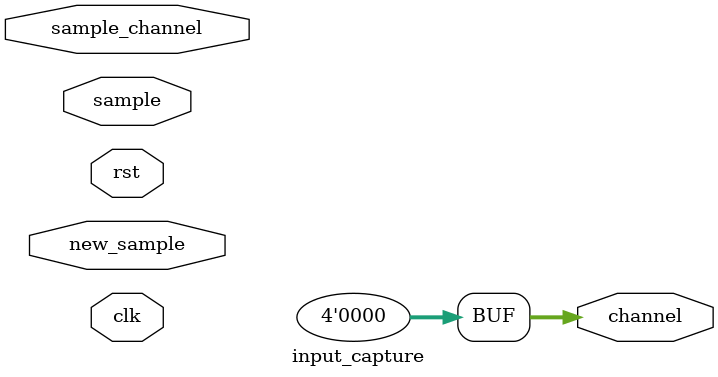
<source format=v>
module input_capture(
  input clk,
  input rst,
  output [3:0] channel,
  input new_sample,
  input [9:0] sample, 
  input [3:0] sample_channel
 );
 
 //capture input from pin A0
 assign channel = 4'd0;
 
 reg[9:0] sample_d, sample_q;
 
 always @(*) begin
   sample_d = sample_q;
   
   if (new_sample && sample_channel == 4'd0) begin //valid sample
     sample_d = sample;
   end
 end
 
 always @(posedge clk) begin
   if (rst) begin
     sample_q <= 10'd0;
   end else begin
     sample_q <= sample_d;
   end
 end
    
endmodule
</source>
